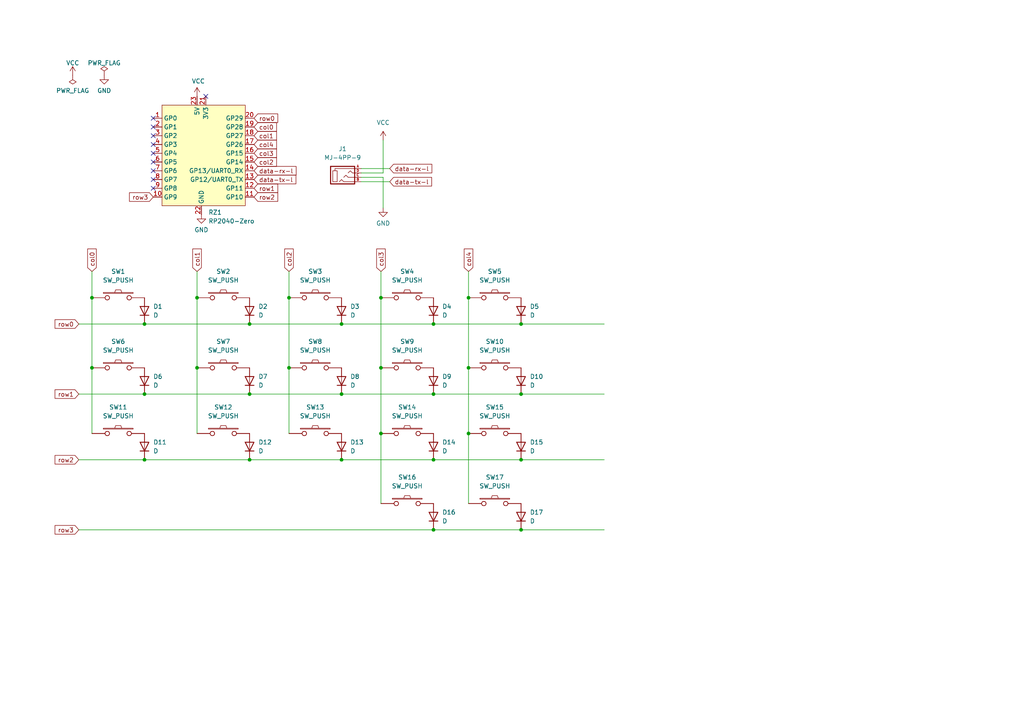
<source format=kicad_sch>
(kicad_sch (version 20211123) (generator eeschema)

  (uuid 9e3cb74a-2b1a-438b-a503-672d151ccdec)

  (paper "A4")

  (lib_symbols
    (symbol "Device:D" (pin_numbers hide) (pin_names (offset 1.016) hide) (in_bom yes) (on_board yes)
      (property "Reference" "D" (id 0) (at 0 2.54 0)
        (effects (font (size 1.27 1.27)))
      )
      (property "Value" "D" (id 1) (at 0 -2.54 0)
        (effects (font (size 1.27 1.27)))
      )
      (property "Footprint" "" (id 2) (at 0 0 0)
        (effects (font (size 1.27 1.27)) hide)
      )
      (property "Datasheet" "~" (id 3) (at 0 0 0)
        (effects (font (size 1.27 1.27)) hide)
      )
      (property "ki_keywords" "diode" (id 4) (at 0 0 0)
        (effects (font (size 1.27 1.27)) hide)
      )
      (property "ki_description" "Diode" (id 5) (at 0 0 0)
        (effects (font (size 1.27 1.27)) hide)
      )
      (property "ki_fp_filters" "TO-???* *_Diode_* *SingleDiode* D_*" (id 6) (at 0 0 0)
        (effects (font (size 1.27 1.27)) hide)
      )
      (symbol "D_0_1"
        (polyline
          (pts
            (xy -1.27 1.27)
            (xy -1.27 -1.27)
          )
          (stroke (width 0.254) (type default) (color 0 0 0 0))
          (fill (type none))
        )
        (polyline
          (pts
            (xy 1.27 0)
            (xy -1.27 0)
          )
          (stroke (width 0) (type default) (color 0 0 0 0))
          (fill (type none))
        )
        (polyline
          (pts
            (xy 1.27 1.27)
            (xy 1.27 -1.27)
            (xy -1.27 0)
            (xy 1.27 1.27)
          )
          (stroke (width 0.254) (type default) (color 0 0 0 0))
          (fill (type none))
        )
      )
      (symbol "D_1_1"
        (pin passive line (at -3.81 0 0) (length 2.54)
          (name "K" (effects (font (size 1.27 1.27))))
          (number "1" (effects (font (size 1.27 1.27))))
        )
        (pin passive line (at 3.81 0 180) (length 2.54)
          (name "A" (effects (font (size 1.27 1.27))))
          (number "2" (effects (font (size 1.27 1.27))))
        )
      )
    )
    (symbol "foostan_kbd:MJ-4PP-9" (pin_names (offset 1.016)) (in_bom yes) (on_board yes)
      (property "Reference" "J" (id 0) (at 0 3.81 0)
        (effects (font (size 1.27 1.27)))
      )
      (property "Value" "MJ-4PP-9" (id 1) (at 0 -3.81 0)
        (effects (font (size 1.27 1.27)))
      )
      (property "Footprint" "" (id 2) (at 6.985 4.445 0)
        (effects (font (size 1.27 1.27)) hide)
      )
      (property "Datasheet" "~" (id 3) (at 6.985 4.445 0)
        (effects (font (size 1.27 1.27)) hide)
      )
      (property "ki_keywords" "audio jack receptable stereo headphones TRRS connector" (id 4) (at 0 0 0)
        (effects (font (size 1.27 1.27)) hide)
      )
      (property "ki_description" "4-pin (audio) jack receptable (stereo + 4th pin/TRRS connector), compatible with PJ320A" (id 5) (at 0 0 0)
        (effects (font (size 1.27 1.27)) hide)
      )
      (symbol "MJ-4PP-9_0_1"
        (rectangle (start -1.905 -1.905) (end -3.175 1.27)
          (stroke (width 0) (type default) (color 0 0 0 0))
          (fill (type none))
        )
        (polyline
          (pts
            (xy -2.54 1.27)
            (xy -2.54 1.905)
            (xy 3.175 1.905)
          )
          (stroke (width 0) (type default) (color 0 0 0 0))
          (fill (type none))
        )
        (polyline
          (pts
            (xy -1.27 -1.905)
            (xy -0.635 -1.27)
            (xy 0 -1.905)
            (xy 3.175 -1.905)
          )
          (stroke (width 0) (type default) (color 0 0 0 0))
          (fill (type none))
        )
        (polyline
          (pts
            (xy 0 -0.635)
            (xy 0.635 0)
            (xy 1.27 -0.635)
            (xy 3.175 -0.635)
          )
          (stroke (width 0) (type default) (color 0 0 0 0))
          (fill (type none))
        )
        (polyline
          (pts
            (xy 1.27 0.635)
            (xy 1.905 1.27)
            (xy 2.54 0.635)
            (xy 3.175 0.635)
          )
          (stroke (width 0) (type default) (color 0 0 0 0))
          (fill (type none))
        )
        (rectangle (start 3.175 2.54) (end -3.81 -2.54)
          (stroke (width 0.3048) (type default) (color 0 0 0 0))
          (fill (type none))
        )
      )
      (symbol "MJ-4PP-9_1_1"
        (pin input line (at 5.08 1.905 180) (length 2.0066)
          (name "~" (effects (font (size 0.508 0.508))))
          (number "A" (effects (font (size 0.7112 0.7112))))
        )
        (pin input line (at 5.08 -1.905 180) (length 2.0066)
          (name "~" (effects (font (size 0.508 0.508))))
          (number "B" (effects (font (size 0.7112 0.7112))))
        )
        (pin input line (at 5.08 -0.635 180) (length 2.0066)
          (name "~" (effects (font (size 0.508 0.508))))
          (number "C" (effects (font (size 0.7112 0.7112))))
        )
        (pin input line (at 5.08 0.635 180) (length 2.0066)
          (name "~" (effects (font (size 0.508 0.508))))
          (number "D" (effects (font (size 0.7112 0.7112))))
        )
      )
    )
    (symbol "foostan_kbd:SW_PUSH" (pin_numbers hide) (pin_names (offset 1.016) hide) (in_bom yes) (on_board yes)
      (property "Reference" "SW" (id 0) (at 3.81 2.794 0)
        (effects (font (size 1.27 1.27)))
      )
      (property "Value" "SW_PUSH" (id 1) (at 0 -2.032 0)
        (effects (font (size 1.27 1.27)))
      )
      (property "Footprint" "" (id 2) (at 0 0 0)
        (effects (font (size 1.27 1.27)))
      )
      (property "Datasheet" "" (id 3) (at 0 0 0)
        (effects (font (size 1.27 1.27)))
      )
      (symbol "SW_PUSH_0_1"
        (rectangle (start -4.318 1.27) (end 4.318 1.524)
          (stroke (width 0) (type default) (color 0 0 0 0))
          (fill (type none))
        )
        (polyline
          (pts
            (xy -1.016 1.524)
            (xy -0.762 2.286)
            (xy 0.762 2.286)
            (xy 1.016 1.524)
          )
          (stroke (width 0) (type default) (color 0 0 0 0))
          (fill (type none))
        )
        (pin passive inverted (at -7.62 0 0) (length 5.08)
          (name "1" (effects (font (size 1.27 1.27))))
          (number "1" (effects (font (size 1.27 1.27))))
        )
        (pin passive inverted (at 7.62 0 180) (length 5.08)
          (name "2" (effects (font (size 1.27 1.27))))
          (number "2" (effects (font (size 1.27 1.27))))
        )
      )
    )
    (symbol "power:GND" (power) (pin_names (offset 0)) (in_bom yes) (on_board yes)
      (property "Reference" "#PWR" (id 0) (at 0 -6.35 0)
        (effects (font (size 1.27 1.27)) hide)
      )
      (property "Value" "GND" (id 1) (at 0 -3.81 0)
        (effects (font (size 1.27 1.27)))
      )
      (property "Footprint" "" (id 2) (at 0 0 0)
        (effects (font (size 1.27 1.27)) hide)
      )
      (property "Datasheet" "" (id 3) (at 0 0 0)
        (effects (font (size 1.27 1.27)) hide)
      )
      (property "ki_keywords" "global power" (id 4) (at 0 0 0)
        (effects (font (size 1.27 1.27)) hide)
      )
      (property "ki_description" "Power symbol creates a global label with name \"GND\" , ground" (id 5) (at 0 0 0)
        (effects (font (size 1.27 1.27)) hide)
      )
      (symbol "GND_0_1"
        (polyline
          (pts
            (xy 0 0)
            (xy 0 -1.27)
            (xy 1.27 -1.27)
            (xy 0 -2.54)
            (xy -1.27 -1.27)
            (xy 0 -1.27)
          )
          (stroke (width 0) (type default) (color 0 0 0 0))
          (fill (type none))
        )
      )
      (symbol "GND_1_1"
        (pin power_in line (at 0 0 270) (length 0) hide
          (name "GND" (effects (font (size 1.27 1.27))))
          (number "1" (effects (font (size 1.27 1.27))))
        )
      )
    )
    (symbol "power:PWR_FLAG" (power) (pin_numbers hide) (pin_names (offset 0) hide) (in_bom yes) (on_board yes)
      (property "Reference" "#FLG" (id 0) (at 0 1.905 0)
        (effects (font (size 1.27 1.27)) hide)
      )
      (property "Value" "PWR_FLAG" (id 1) (at 0 3.81 0)
        (effects (font (size 1.27 1.27)))
      )
      (property "Footprint" "" (id 2) (at 0 0 0)
        (effects (font (size 1.27 1.27)) hide)
      )
      (property "Datasheet" "~" (id 3) (at 0 0 0)
        (effects (font (size 1.27 1.27)) hide)
      )
      (property "ki_keywords" "flag power" (id 4) (at 0 0 0)
        (effects (font (size 1.27 1.27)) hide)
      )
      (property "ki_description" "Special symbol for telling ERC where power comes from" (id 5) (at 0 0 0)
        (effects (font (size 1.27 1.27)) hide)
      )
      (symbol "PWR_FLAG_0_0"
        (pin power_out line (at 0 0 90) (length 0)
          (name "pwr" (effects (font (size 1.27 1.27))))
          (number "1" (effects (font (size 1.27 1.27))))
        )
      )
      (symbol "PWR_FLAG_0_1"
        (polyline
          (pts
            (xy 0 0)
            (xy 0 1.27)
            (xy -1.016 1.905)
            (xy 0 2.54)
            (xy 1.016 1.905)
            (xy 0 1.27)
          )
          (stroke (width 0) (type default) (color 0 0 0 0))
          (fill (type none))
        )
      )
    )
    (symbol "power:VCC" (power) (pin_names (offset 0)) (in_bom yes) (on_board yes)
      (property "Reference" "#PWR" (id 0) (at 0 -3.81 0)
        (effects (font (size 1.27 1.27)) hide)
      )
      (property "Value" "VCC" (id 1) (at 0 3.81 0)
        (effects (font (size 1.27 1.27)))
      )
      (property "Footprint" "" (id 2) (at 0 0 0)
        (effects (font (size 1.27 1.27)) hide)
      )
      (property "Datasheet" "" (id 3) (at 0 0 0)
        (effects (font (size 1.27 1.27)) hide)
      )
      (property "ki_keywords" "global power" (id 4) (at 0 0 0)
        (effects (font (size 1.27 1.27)) hide)
      )
      (property "ki_description" "Power symbol creates a global label with name \"VCC\"" (id 5) (at 0 0 0)
        (effects (font (size 1.27 1.27)) hide)
      )
      (symbol "VCC_0_1"
        (polyline
          (pts
            (xy -0.762 1.27)
            (xy 0 2.54)
          )
          (stroke (width 0) (type default) (color 0 0 0 0))
          (fill (type none))
        )
        (polyline
          (pts
            (xy 0 0)
            (xy 0 2.54)
          )
          (stroke (width 0) (type default) (color 0 0 0 0))
          (fill (type none))
        )
        (polyline
          (pts
            (xy 0 2.54)
            (xy 0.762 1.27)
          )
          (stroke (width 0) (type default) (color 0 0 0 0))
          (fill (type none))
        )
      )
      (symbol "VCC_1_1"
        (pin power_in line (at 0 0 90) (length 0) hide
          (name "VCC" (effects (font (size 1.27 1.27))))
          (number "1" (effects (font (size 1.27 1.27))))
        )
      )
    )
    (symbol "rp2040zero:RP2040-Zero" (in_bom yes) (on_board yes)
      (property "Reference" "RZ" (id 0) (at 0 0 0)
        (effects (font (size 1.27 1.27)))
      )
      (property "Value" "RP2040-Zero" (id 1) (at 0 -2.54 0)
        (effects (font (size 1.27 1.27)))
      )
      (property "Footprint" "RP2040-Zero:RP2040-Zero" (id 2) (at 0 0 0)
        (effects (font (size 1.27 1.27)))
      )
      (property "Datasheet" "" (id 3) (at 0 0 0)
        (effects (font (size 1.27 1.27)) hide)
      )
      (symbol "RP2040-Zero_0_1"
        (rectangle (start -11.43 -15.24) (end 12.7 13.97)
          (stroke (width 0) (type default) (color 0 0 0 0))
          (fill (type background))
        )
      )
      (symbol "RP2040-Zero_1_1"
        (pin bidirectional line (at -13.97 10.16 0) (length 2.54)
          (name "GP0" (effects (font (size 1.27 1.27))))
          (number "1" (effects (font (size 1.27 1.27))))
        )
        (pin bidirectional line (at -13.97 -12.7 0) (length 2.54)
          (name "GP9" (effects (font (size 1.27 1.27))))
          (number "10" (effects (font (size 1.27 1.27))))
        )
        (pin bidirectional line (at 15.24 -12.7 180) (length 2.54)
          (name "GP10" (effects (font (size 1.27 1.27))))
          (number "11" (effects (font (size 1.27 1.27))))
        )
        (pin bidirectional line (at 15.24 -10.16 180) (length 2.54)
          (name "GP11" (effects (font (size 1.27 1.27))))
          (number "12" (effects (font (size 1.27 1.27))))
        )
        (pin bidirectional line (at 15.24 -7.62 180) (length 2.54)
          (name "GP12/UART0_TX" (effects (font (size 1.27 1.27))))
          (number "13" (effects (font (size 1.27 1.27))))
        )
        (pin bidirectional line (at 15.24 -5.08 180) (length 2.54)
          (name "GP13/UART0_RX" (effects (font (size 1.27 1.27))))
          (number "14" (effects (font (size 1.27 1.27))))
        )
        (pin bidirectional line (at 15.24 -2.54 180) (length 2.54)
          (name "GP14" (effects (font (size 1.27 1.27))))
          (number "15" (effects (font (size 1.27 1.27))))
        )
        (pin bidirectional line (at 15.24 0 180) (length 2.54)
          (name "GP15" (effects (font (size 1.27 1.27))))
          (number "16" (effects (font (size 1.27 1.27))))
        )
        (pin bidirectional line (at 15.24 2.54 180) (length 2.54)
          (name "GP26" (effects (font (size 1.27 1.27))))
          (number "17" (effects (font (size 1.27 1.27))))
        )
        (pin bidirectional line (at 15.24 5.08 180) (length 2.54)
          (name "GP27" (effects (font (size 1.27 1.27))))
          (number "18" (effects (font (size 1.27 1.27))))
        )
        (pin bidirectional line (at 15.24 7.62 180) (length 2.54)
          (name "GP28" (effects (font (size 1.27 1.27))))
          (number "19" (effects (font (size 1.27 1.27))))
        )
        (pin bidirectional line (at -13.97 7.62 0) (length 2.54)
          (name "GP1" (effects (font (size 1.27 1.27))))
          (number "2" (effects (font (size 1.27 1.27))))
        )
        (pin bidirectional line (at 15.24 10.16 180) (length 2.54)
          (name "GP29" (effects (font (size 1.27 1.27))))
          (number "20" (effects (font (size 1.27 1.27))))
        )
        (pin power_in line (at 1.27 16.51 270) (length 2.54)
          (name "3V3" (effects (font (size 1.27 1.27))))
          (number "21" (effects (font (size 1.27 1.27))))
        )
        (pin power_in line (at 0 -17.78 90) (length 2.54)
          (name "GND" (effects (font (size 1.27 1.27))))
          (number "22" (effects (font (size 1.27 1.27))))
        )
        (pin power_in line (at -1.27 16.51 270) (length 2.54)
          (name "5V" (effects (font (size 1.27 1.27))))
          (number "23" (effects (font (size 1.27 1.27))))
        )
        (pin bidirectional line (at -13.97 5.08 0) (length 2.54)
          (name "GP2" (effects (font (size 1.27 1.27))))
          (number "3" (effects (font (size 1.27 1.27))))
        )
        (pin bidirectional line (at -13.97 2.54 0) (length 2.54)
          (name "GP3" (effects (font (size 1.27 1.27))))
          (number "4" (effects (font (size 1.27 1.27))))
        )
        (pin bidirectional line (at -13.97 0 0) (length 2.54)
          (name "GP4" (effects (font (size 1.27 1.27))))
          (number "5" (effects (font (size 1.27 1.27))))
        )
        (pin bidirectional line (at -13.97 -2.54 0) (length 2.54)
          (name "GP5" (effects (font (size 1.27 1.27))))
          (number "6" (effects (font (size 1.27 1.27))))
        )
        (pin bidirectional line (at -13.97 -5.08 0) (length 2.54)
          (name "GP6" (effects (font (size 1.27 1.27))))
          (number "7" (effects (font (size 1.27 1.27))))
        )
        (pin bidirectional line (at -13.97 -7.62 0) (length 2.54)
          (name "GP7" (effects (font (size 1.27 1.27))))
          (number "8" (effects (font (size 1.27 1.27))))
        )
        (pin bidirectional line (at -13.97 -10.16 0) (length 2.54)
          (name "GP8" (effects (font (size 1.27 1.27))))
          (number "9" (effects (font (size 1.27 1.27))))
        )
      )
    )
  )

  (junction (at 99.06 133.35) (diameter 0) (color 0 0 0 0)
    (uuid 0d96b2be-6e91-44d0-adc4-bba1685ad935)
  )
  (junction (at 41.91 133.35) (diameter 0) (color 0 0 0 0)
    (uuid 0fd615be-7f15-4c2f-8317-a9131c4262be)
  )
  (junction (at 72.39 133.35) (diameter 0) (color 0 0 0 0)
    (uuid 27a45d27-7b64-4fa7-8a6a-2129f58ed550)
  )
  (junction (at 135.89 86.36) (diameter 0) (color 0 0 0 0)
    (uuid 2ad148a9-682c-4591-bf46-afd1b22a8325)
  )
  (junction (at 99.06 93.98) (diameter 0) (color 0 0 0 0)
    (uuid 35b8c62e-eb8e-41b0-b2b0-51fee8df0c9b)
  )
  (junction (at 26.67 86.36) (diameter 0) (color 0 0 0 0)
    (uuid 4a8ae731-f107-4618-9404-66e688e89028)
  )
  (junction (at 151.13 153.67) (diameter 0) (color 0 0 0 0)
    (uuid 5a8a1a05-9ea1-4feb-9dfb-8b222b484619)
  )
  (junction (at 41.91 114.3) (diameter 0) (color 0 0 0 0)
    (uuid 75ebd696-03d0-4b1f-a38d-4d4f8190dfd5)
  )
  (junction (at 72.39 114.3) (diameter 0) (color 0 0 0 0)
    (uuid 7796a129-e3f9-4d91-9f58-de51f2146396)
  )
  (junction (at 57.15 86.36) (diameter 0) (color 0 0 0 0)
    (uuid 7b62eba7-2997-4793-9cff-635e1dfbb00c)
  )
  (junction (at 83.82 106.68) (diameter 0) (color 0 0 0 0)
    (uuid 87085a80-34ed-4664-b326-0816b2daef3f)
  )
  (junction (at 151.13 93.98) (diameter 0) (color 0 0 0 0)
    (uuid 903bf347-ca27-428a-858e-62c81bc42a36)
  )
  (junction (at 125.73 114.3) (diameter 0) (color 0 0 0 0)
    (uuid 90df75ef-c6d4-48ea-8aa7-3ec71fa33e76)
  )
  (junction (at 99.06 114.3) (diameter 0) (color 0 0 0 0)
    (uuid 9169faa2-a112-41d3-91fe-f887cce6ae31)
  )
  (junction (at 41.91 93.98) (diameter 0) (color 0 0 0 0)
    (uuid 97c26472-c103-412d-85a3-e8fe6e702745)
  )
  (junction (at 57.15 106.68) (diameter 0) (color 0 0 0 0)
    (uuid ad63c59c-0c55-4ff8-bc79-1c5be9c1a43a)
  )
  (junction (at 125.73 133.35) (diameter 0) (color 0 0 0 0)
    (uuid b03f2dc4-c850-42d6-8167-c8377c31b890)
  )
  (junction (at 83.82 86.36) (diameter 0) (color 0 0 0 0)
    (uuid bd846f0b-0b75-42cf-8d9f-30ea33d9f942)
  )
  (junction (at 151.13 133.35) (diameter 0) (color 0 0 0 0)
    (uuid d00f68b5-9f22-4023-890c-4b95fc04a80b)
  )
  (junction (at 151.13 114.3) (diameter 0) (color 0 0 0 0)
    (uuid d03cf9c9-f32b-4a86-9dc9-7744391fdfc6)
  )
  (junction (at 125.73 153.67) (diameter 0) (color 0 0 0 0)
    (uuid d9952257-ff11-4f2a-81d4-b881790ff185)
  )
  (junction (at 110.49 86.36) (diameter 0) (color 0 0 0 0)
    (uuid dd18386b-c4a0-4dff-96cd-bc7740e22dab)
  )
  (junction (at 72.39 93.98) (diameter 0) (color 0 0 0 0)
    (uuid e0290ce6-382c-4035-9747-f1b7ddc4df42)
  )
  (junction (at 125.73 93.98) (diameter 0) (color 0 0 0 0)
    (uuid e64bb458-93c9-4a31-8791-c77edafdc1f1)
  )
  (junction (at 135.89 125.73) (diameter 0) (color 0 0 0 0)
    (uuid e8a26448-8ecf-4c55-ae42-f7b0ea28a869)
  )
  (junction (at 26.67 106.68) (diameter 0) (color 0 0 0 0)
    (uuid eaa13404-1b26-4274-b0b5-9dba2493cf9f)
  )
  (junction (at 135.89 106.68) (diameter 0) (color 0 0 0 0)
    (uuid f70b1bdb-7745-4ffa-ba97-954daf4b8ae7)
  )
  (junction (at 110.49 125.73) (diameter 0) (color 0 0 0 0)
    (uuid fdb79e82-7653-4aa2-a75d-b1ac7bf3205a)
  )
  (junction (at 110.49 106.68) (diameter 0) (color 0 0 0 0)
    (uuid ffae8696-80fd-44e2-83a6-969d654b1955)
  )

  (no_connect (at 44.45 39.37) (uuid 1608a2ec-529a-4ba3-a72f-026f9ea9b175))
  (no_connect (at 44.45 36.83) (uuid 1a40d3f8-a068-47bf-83f8-071f4fc5a24f))
  (no_connect (at 44.45 49.53) (uuid 1adbf599-81db-4d80-93e3-5a651bd55c9d))
  (no_connect (at 44.45 34.29) (uuid 2b713e45-d72d-4e71-9615-b301b943b215))
  (no_connect (at 44.45 54.61) (uuid 56fcf4bc-14fc-4d64-902d-f7f04a934fac))
  (no_connect (at 59.69 27.94) (uuid 667cfd3c-fc26-4023-826b-4f403be07048))
  (no_connect (at 44.45 46.99) (uuid 87816cfa-7c1b-4186-a2a0-033cd465aac9))
  (no_connect (at 44.45 52.07) (uuid 9aec23c5-01cb-42ee-b216-69f140dbdced))
  (no_connect (at 44.45 44.45) (uuid 9bc096aa-ce4c-4f79-a478-7e22997a9cec))
  (no_connect (at 44.45 41.91) (uuid dbc1ae5f-b374-4b88-aba6-c1825a78743d))

  (wire (pts (xy 57.15 106.68) (xy 57.15 125.73))
    (stroke (width 0) (type default) (color 0 0 0 0))
    (uuid 168b9585-1b90-488e-afd7-bbd4b6fa80e3)
  )
  (wire (pts (xy 72.39 114.3) (xy 99.06 114.3))
    (stroke (width 0) (type default) (color 0 0 0 0))
    (uuid 17212bd7-e78d-4d71-8c31-10ad2d09eada)
  )
  (wire (pts (xy 125.73 133.35) (xy 151.13 133.35))
    (stroke (width 0) (type default) (color 0 0 0 0))
    (uuid 2841c080-97f0-442d-850e-be8e27c251a4)
  )
  (wire (pts (xy 22.86 133.35) (xy 41.91 133.35))
    (stroke (width 0) (type default) (color 0 0 0 0))
    (uuid 2fb3a46c-9de2-401d-826c-20176344f524)
  )
  (wire (pts (xy 26.67 86.36) (xy 26.67 106.68))
    (stroke (width 0) (type default) (color 0 0 0 0))
    (uuid 3199f9f1-afdf-4677-8935-2130ae41f6a5)
  )
  (wire (pts (xy 125.73 153.67) (xy 151.13 153.67))
    (stroke (width 0) (type default) (color 0 0 0 0))
    (uuid 34892f7c-2f41-47a6-a98a-3796eecd8e96)
  )
  (wire (pts (xy 22.86 93.98) (xy 41.91 93.98))
    (stroke (width 0) (type default) (color 0 0 0 0))
    (uuid 3b410e59-7669-48b4-9f05-6afa63a8b77d)
  )
  (wire (pts (xy 99.06 114.3) (xy 125.73 114.3))
    (stroke (width 0) (type default) (color 0 0 0 0))
    (uuid 51dcc2eb-a572-46c0-8e2c-f1b87ad0e4e5)
  )
  (wire (pts (xy 26.67 78.74) (xy 26.67 86.36))
    (stroke (width 0) (type default) (color 0 0 0 0))
    (uuid 564189f7-3396-4ca9-aa7b-e8e37826dd15)
  )
  (wire (pts (xy 72.39 133.35) (xy 99.06 133.35))
    (stroke (width 0) (type default) (color 0 0 0 0))
    (uuid 581ae006-79c5-4504-81e6-aa629513d2f7)
  )
  (wire (pts (xy 111.125 40.64) (xy 111.125 50.165))
    (stroke (width 0) (type default) (color 0 0 0 0))
    (uuid 5c9296ff-9cec-4749-b9bf-502d975e47c7)
  )
  (wire (pts (xy 22.86 114.3) (xy 41.91 114.3))
    (stroke (width 0) (type default) (color 0 0 0 0))
    (uuid 5d5eef8a-14e0-44bd-8dc6-81d74980d01e)
  )
  (wire (pts (xy 151.13 114.3) (xy 175.26 114.3))
    (stroke (width 0) (type default) (color 0 0 0 0))
    (uuid 64bc92f4-8cd4-427b-9ed1-badf9ec88bf7)
  )
  (wire (pts (xy 22.86 153.67) (xy 125.73 153.67))
    (stroke (width 0) (type default) (color 0 0 0 0))
    (uuid 683d9ae0-4a0a-4a65-ac3e-7609006493f0)
  )
  (wire (pts (xy 110.49 86.36) (xy 110.49 106.68))
    (stroke (width 0) (type default) (color 0 0 0 0))
    (uuid 6fbe11ae-2fce-4830-8961-752ca818f3d0)
  )
  (wire (pts (xy 151.13 153.67) (xy 175.26 153.67))
    (stroke (width 0) (type default) (color 0 0 0 0))
    (uuid 76235ff9-c5f0-4916-92ff-78869c6120f6)
  )
  (wire (pts (xy 72.39 93.98) (xy 99.06 93.98))
    (stroke (width 0) (type default) (color 0 0 0 0))
    (uuid 7a7b1bf8-ca2b-433c-9b55-51f2ec6109dd)
  )
  (wire (pts (xy 135.89 125.73) (xy 135.89 146.05))
    (stroke (width 0) (type default) (color 0 0 0 0))
    (uuid 82408744-3b59-4fbb-a555-7c3f0fcd9562)
  )
  (wire (pts (xy 135.89 86.36) (xy 135.89 106.68))
    (stroke (width 0) (type default) (color 0 0 0 0))
    (uuid 838b808e-adea-4aa5-803c-47a9696778b6)
  )
  (wire (pts (xy 104.775 52.705) (xy 113.03 52.705))
    (stroke (width 0) (type default) (color 0 0 0 0))
    (uuid 8449e15d-8342-4870-80d9-0555e729a943)
  )
  (wire (pts (xy 151.13 93.98) (xy 175.26 93.98))
    (stroke (width 0) (type default) (color 0 0 0 0))
    (uuid 89271ac9-d174-4c26-aeb9-1b938cbdb5d2)
  )
  (wire (pts (xy 57.15 86.36) (xy 57.15 106.68))
    (stroke (width 0) (type default) (color 0 0 0 0))
    (uuid 8942593f-fbed-4a00-a4c0-a03544be3bb5)
  )
  (wire (pts (xy 110.49 78.74) (xy 110.49 86.36))
    (stroke (width 0) (type default) (color 0 0 0 0))
    (uuid 8d95a395-5140-42f2-b0cc-b522c79745b1)
  )
  (wire (pts (xy 110.49 106.68) (xy 110.49 125.73))
    (stroke (width 0) (type default) (color 0 0 0 0))
    (uuid 94cee55e-aaf9-4200-be77-f127d47a8aeb)
  )
  (wire (pts (xy 99.06 93.98) (xy 125.73 93.98))
    (stroke (width 0) (type default) (color 0 0 0 0))
    (uuid a6a09ba6-a0ce-430d-b99e-ba84480d5d75)
  )
  (wire (pts (xy 41.91 133.35) (xy 72.39 133.35))
    (stroke (width 0) (type default) (color 0 0 0 0))
    (uuid a8295a64-3a75-4463-a56a-83d716316bb4)
  )
  (wire (pts (xy 104.775 51.435) (xy 111.125 51.435))
    (stroke (width 0) (type default) (color 0 0 0 0))
    (uuid ace5c7aa-cbb8-45b4-8ca7-6b0a7acf95f4)
  )
  (wire (pts (xy 125.73 114.3) (xy 151.13 114.3))
    (stroke (width 0) (type default) (color 0 0 0 0))
    (uuid af822e2b-051e-4cc0-96b4-67d5a69fb104)
  )
  (wire (pts (xy 83.82 106.68) (xy 83.82 125.73))
    (stroke (width 0) (type default) (color 0 0 0 0))
    (uuid b903500f-0668-47ee-96c2-f924ffa2472a)
  )
  (wire (pts (xy 41.91 93.98) (xy 72.39 93.98))
    (stroke (width 0) (type default) (color 0 0 0 0))
    (uuid c1af8060-4ccb-4630-b428-612526618b2e)
  )
  (wire (pts (xy 104.775 50.165) (xy 111.125 50.165))
    (stroke (width 0) (type default) (color 0 0 0 0))
    (uuid ca0dd0ae-f642-4a7e-b94f-c4311257a1b1)
  )
  (wire (pts (xy 41.91 114.3) (xy 72.39 114.3))
    (stroke (width 0) (type default) (color 0 0 0 0))
    (uuid d4b0512b-3e6e-4185-8ad1-57e90db8768c)
  )
  (wire (pts (xy 83.82 86.36) (xy 83.82 106.68))
    (stroke (width 0) (type default) (color 0 0 0 0))
    (uuid de0bbcca-d26e-4600-8072-a4ff0a83675b)
  )
  (wire (pts (xy 99.06 133.35) (xy 125.73 133.35))
    (stroke (width 0) (type default) (color 0 0 0 0))
    (uuid df0413f7-cb3a-40bc-8cfb-8b6fb2f9a552)
  )
  (wire (pts (xy 135.89 78.74) (xy 135.89 86.36))
    (stroke (width 0) (type default) (color 0 0 0 0))
    (uuid e0abcac2-9483-4828-8017-6dd5c0760b1c)
  )
  (wire (pts (xy 110.49 125.73) (xy 110.49 146.05))
    (stroke (width 0) (type default) (color 0 0 0 0))
    (uuid e8e90b69-2448-47d5-b06b-3f8884756c38)
  )
  (wire (pts (xy 83.82 78.74) (xy 83.82 86.36))
    (stroke (width 0) (type default) (color 0 0 0 0))
    (uuid ecd8f970-d6c9-4a48-8ff9-4aaaa61ae6ab)
  )
  (wire (pts (xy 104.775 48.895) (xy 113.03 48.895))
    (stroke (width 0) (type default) (color 0 0 0 0))
    (uuid eee47500-27d8-4b60-95f7-96897ed473b0)
  )
  (wire (pts (xy 151.13 133.35) (xy 175.26 133.35))
    (stroke (width 0) (type default) (color 0 0 0 0))
    (uuid eee52583-451b-4afd-884e-ac47503cd96f)
  )
  (wire (pts (xy 57.15 78.74) (xy 57.15 86.36))
    (stroke (width 0) (type default) (color 0 0 0 0))
    (uuid f1e93299-210f-475e-9ff0-92fe4c9e69f1)
  )
  (wire (pts (xy 135.89 106.68) (xy 135.89 125.73))
    (stroke (width 0) (type default) (color 0 0 0 0))
    (uuid f31fb7fc-716b-4eac-a966-fabe17a9f589)
  )
  (wire (pts (xy 26.67 106.68) (xy 26.67 125.73))
    (stroke (width 0) (type default) (color 0 0 0 0))
    (uuid f364b0de-88a7-4fd0-b81d-645d85024d9e)
  )
  (wire (pts (xy 111.125 51.435) (xy 111.125 60.325))
    (stroke (width 0) (type default) (color 0 0 0 0))
    (uuid fd89ab89-3488-4992-9204-b1ebdca31366)
  )
  (wire (pts (xy 125.73 93.98) (xy 151.13 93.98))
    (stroke (width 0) (type default) (color 0 0 0 0))
    (uuid ff73598a-d54e-45a6-a912-9107adb94b93)
  )

  (global_label "col1" (shape input) (at 57.15 78.74 90) (fields_autoplaced)
    (effects (font (size 1.27 1.27)) (justify left))
    (uuid 04043e4f-641e-434b-a1b0-4111aa813939)
    (property "シート間のリファレンス" "${INTERSHEET_REFS}" (id 0) (at 57.0706 72.2145 90)
      (effects (font (size 1.27 1.27)) (justify left) hide)
    )
  )
  (global_label "data-tx-l" (shape input) (at 73.66 52.07 0) (fields_autoplaced)
    (effects (font (size 1.27 1.27)) (justify left))
    (uuid 1b1be632-1870-4bfc-bae0-6c4760b9fd19)
    (property "Intersheet References" "${INTERSHEET_REFS}" (id 0) (at 85.8098 51.9906 0)
      (effects (font (size 1.27 1.27)) (justify left) hide)
    )
  )
  (global_label "row2" (shape input) (at 73.66 57.15 0) (fields_autoplaced)
    (effects (font (size 1.27 1.27)) (justify left))
    (uuid 2121e0de-8a4a-43f6-b552-3740be6b6b5d)
    (property "シート間のリファレンス" "${INTERSHEET_REFS}" (id 0) (at 116.84 115.57 0)
      (effects (font (size 1.27 1.27)) hide)
    )
  )
  (global_label "col3" (shape input) (at 73.66 44.45 0) (fields_autoplaced)
    (effects (font (size 1.27 1.27)) (justify left))
    (uuid 2a59adc1-47d2-4e11-8ede-1b49b9485b23)
    (property "シート間のリファレンス" "${INTERSHEET_REFS}" (id 0) (at -5.08 -11.43 0)
      (effects (font (size 1.27 1.27)) hide)
    )
  )
  (global_label "row3" (shape input) (at 22.86 153.67 180) (fields_autoplaced)
    (effects (font (size 1.27 1.27)) (justify right))
    (uuid 4647ed8b-fd83-4b93-8d9d-53af6013e8f4)
    (property "シート間のリファレンス" "${INTERSHEET_REFS}" (id 0) (at 15.9717 153.5906 0)
      (effects (font (size 1.27 1.27)) (justify right) hide)
    )
  )
  (global_label "col2" (shape input) (at 83.82 78.74 90) (fields_autoplaced)
    (effects (font (size 1.27 1.27)) (justify left))
    (uuid 518d57c3-b0b2-4e7b-8094-d8e7d7cb7630)
    (property "シート間のリファレンス" "${INTERSHEET_REFS}" (id 0) (at 83.7406 72.2145 90)
      (effects (font (size 1.27 1.27)) (justify left) hide)
    )
  )
  (global_label "col0" (shape input) (at 26.67 78.74 90) (fields_autoplaced)
    (effects (font (size 1.27 1.27)) (justify left))
    (uuid 567ca49c-d048-4818-8951-3efada041f13)
    (property "シート間のリファレンス" "${INTERSHEET_REFS}" (id 0) (at 26.5906 72.2145 90)
      (effects (font (size 1.27 1.27)) (justify left) hide)
    )
  )
  (global_label "row1" (shape input) (at 73.66 54.61 0) (fields_autoplaced)
    (effects (font (size 1.27 1.27)) (justify left))
    (uuid 6ca34bf0-f298-4fb8-a787-1165b7614d4e)
    (property "シート間のリファレンス" "${INTERSHEET_REFS}" (id 0) (at 116.84 110.49 0)
      (effects (font (size 1.27 1.27)) hide)
    )
  )
  (global_label "data-tx-l" (shape input) (at 113.03 52.705 0) (fields_autoplaced)
    (effects (font (size 1.27 1.27)) (justify left))
    (uuid 77d440b8-31f8-4e46-9dc3-82d6364a1302)
    (property "Intersheet References" "${INTERSHEET_REFS}" (id 0) (at 125.1798 52.6256 0)
      (effects (font (size 1.27 1.27)) (justify left) hide)
    )
  )
  (global_label "col2" (shape input) (at 73.66 46.99 0) (fields_autoplaced)
    (effects (font (size 1.27 1.27)) (justify left))
    (uuid 858fe703-18ff-4484-a986-3ff197d373fe)
    (property "シート間のリファレンス" "${INTERSHEET_REFS}" (id 0) (at -5.08 -6.35 0)
      (effects (font (size 1.27 1.27)) hide)
    )
  )
  (global_label "row0" (shape input) (at 73.66 34.29 0) (fields_autoplaced)
    (effects (font (size 1.27 1.27)) (justify left))
    (uuid 8bcb71f6-6ad5-4206-aaad-fc5a1b7734ff)
    (property "シート間のリファレンス" "${INTERSHEET_REFS}" (id 0) (at 116.84 87.63 0)
      (effects (font (size 1.27 1.27)) hide)
    )
  )
  (global_label "data-rx-l" (shape input) (at 113.03 48.895 0) (fields_autoplaced)
    (effects (font (size 1.27 1.27)) (justify left))
    (uuid 8d6b573d-9f6c-4365-8835-945c699da7a5)
    (property "Intersheet References" "${INTERSHEET_REFS}" (id 0) (at -15.875 9.525 0)
      (effects (font (size 1.27 1.27)) hide)
    )
  )
  (global_label "col3" (shape input) (at 110.49 78.74 90) (fields_autoplaced)
    (effects (font (size 1.27 1.27)) (justify left))
    (uuid 9405e1b1-8696-4c9b-a6d0-b87ee1f1b4fe)
    (property "シート間のリファレンス" "${INTERSHEET_REFS}" (id 0) (at 110.4106 72.2145 90)
      (effects (font (size 1.27 1.27)) (justify left) hide)
    )
  )
  (global_label "col4" (shape input) (at 73.66 41.91 0) (fields_autoplaced)
    (effects (font (size 1.27 1.27)) (justify left))
    (uuid 964bba05-3280-4b4d-9e43-c2d9e8ac3eae)
    (property "シート間のリファレンス" "${INTERSHEET_REFS}" (id 0) (at -5.08 -16.51 0)
      (effects (font (size 1.27 1.27)) hide)
    )
  )
  (global_label "row2" (shape input) (at 22.86 133.35 180) (fields_autoplaced)
    (effects (font (size 1.27 1.27)) (justify right))
    (uuid b3fdb260-3ea0-474d-9d53-b77887f84e71)
    (property "シート間のリファレンス" "${INTERSHEET_REFS}" (id 0) (at 15.9717 133.2706 0)
      (effects (font (size 1.27 1.27)) (justify right) hide)
    )
  )
  (global_label "row3" (shape input) (at 44.45 57.15 180) (fields_autoplaced)
    (effects (font (size 1.27 1.27)) (justify right))
    (uuid bec79692-cf25-4130-bf68-5fe61875e2f1)
    (property "シート間のリファレンス" "${INTERSHEET_REFS}" (id 0) (at 1.27 -3.81 0)
      (effects (font (size 1.27 1.27)) hide)
    )
  )
  (global_label "col4" (shape input) (at 135.89 78.74 90) (fields_autoplaced)
    (effects (font (size 1.27 1.27)) (justify left))
    (uuid c22eb349-97f2-4002-83b7-229e7807c5d6)
    (property "シート間のリファレンス" "${INTERSHEET_REFS}" (id 0) (at 135.8106 72.2145 90)
      (effects (font (size 1.27 1.27)) (justify left) hide)
    )
  )
  (global_label "row0" (shape input) (at 22.86 93.98 180) (fields_autoplaced)
    (effects (font (size 1.27 1.27)) (justify right))
    (uuid d129ef29-e3bf-43cf-a1ef-fc12234065d1)
    (property "シート間のリファレンス" "${INTERSHEET_REFS}" (id 0) (at 15.9717 93.9006 0)
      (effects (font (size 1.27 1.27)) (justify right) hide)
    )
  )
  (global_label "col1" (shape input) (at 73.66 39.37 0) (fields_autoplaced)
    (effects (font (size 1.27 1.27)) (justify left))
    (uuid ddbb8244-f433-47ef-b0c4-2b8f15a0f111)
    (property "シート間のリファレンス" "${INTERSHEET_REFS}" (id 0) (at -5.08 -11.43 0)
      (effects (font (size 1.27 1.27)) hide)
    )
  )
  (global_label "row1" (shape input) (at 22.86 114.3 180) (fields_autoplaced)
    (effects (font (size 1.27 1.27)) (justify right))
    (uuid e6fa6b16-cdea-410a-a963-3ca5a8e57acb)
    (property "シート間のリファレンス" "${INTERSHEET_REFS}" (id 0) (at 15.9717 114.2206 0)
      (effects (font (size 1.27 1.27)) (justify right) hide)
    )
  )
  (global_label "data-rx-l" (shape input) (at 73.66 49.53 0) (fields_autoplaced)
    (effects (font (size 1.27 1.27)) (justify left))
    (uuid f2001b38-e586-4b6e-b065-402678763402)
    (property "Intersheet References" "${INTERSHEET_REFS}" (id 0) (at -55.245 10.16 0)
      (effects (font (size 1.27 1.27)) hide)
    )
  )
  (global_label "col0" (shape input) (at 73.66 36.83 0) (fields_autoplaced)
    (effects (font (size 1.27 1.27)) (justify left))
    (uuid fc95eb98-2621-4649-9ccd-e09815e63e57)
    (property "シート間のリファレンス" "${INTERSHEET_REFS}" (id 0) (at -5.08 -11.43 0)
      (effects (font (size 1.27 1.27)) hide)
    )
  )

  (symbol (lib_id "foostan_kbd:SW_PUSH") (at 34.29 125.73 0) (unit 1)
    (in_bom yes) (on_board yes) (fields_autoplaced)
    (uuid 05db9893-a19c-4146-b3bf-f0efc86433fa)
    (property "Reference" "SW11" (id 0) (at 34.29 118.11 0))
    (property "Value" "SW_PUSH" (id 1) (at 34.29 120.65 0))
    (property "Footprint" "haqua34:SW_Choc_V2" (id 2) (at 34.29 125.73 0)
      (effects (font (size 1.27 1.27)) hide)
    )
    (property "Datasheet" "" (id 3) (at 34.29 125.73 0))
    (pin "1" (uuid 33c7ea0b-7bec-400b-a6fc-a5b7bf357f71))
    (pin "2" (uuid c4b6fdf1-d353-4fe6-8be0-2d1d38b8aafc))
  )

  (symbol (lib_id "foostan_kbd:SW_PUSH") (at 64.77 86.36 0) (unit 1)
    (in_bom yes) (on_board yes) (fields_autoplaced)
    (uuid 0ee930de-ac13-4815-9629-e3486b8edcdc)
    (property "Reference" "SW2" (id 0) (at 64.77 78.74 0))
    (property "Value" "SW_PUSH" (id 1) (at 64.77 81.28 0))
    (property "Footprint" "haqua34:SW_Choc_V2" (id 2) (at 64.77 86.36 0)
      (effects (font (size 1.27 1.27)) hide)
    )
    (property "Datasheet" "" (id 3) (at 64.77 86.36 0))
    (pin "1" (uuid 90244de6-404c-4cea-82f0-54f8c7f2a91f))
    (pin "2" (uuid f882cb6a-81b7-44e0-bfdd-555cd73025f9))
  )

  (symbol (lib_id "foostan_kbd:SW_PUSH") (at 143.51 146.05 0) (unit 1)
    (in_bom yes) (on_board yes) (fields_autoplaced)
    (uuid 14dc5acc-0f70-4a39-9ba2-85fd4dd7b8fd)
    (property "Reference" "SW17" (id 0) (at 143.51 138.43 0))
    (property "Value" "SW_PUSH" (id 1) (at 143.51 140.97 0))
    (property "Footprint" "haqua34:SW_Choc_V2" (id 2) (at 143.51 146.05 0)
      (effects (font (size 1.27 1.27)) hide)
    )
    (property "Datasheet" "" (id 3) (at 143.51 146.05 0))
    (pin "1" (uuid e9ca342b-aa46-464d-9408-bfa90b176086))
    (pin "2" (uuid 0910a980-2b98-4082-975e-17c576bbcf66))
  )

  (symbol (lib_id "power:VCC") (at 21.082 21.844 0) (unit 1)
    (in_bom yes) (on_board yes) (fields_autoplaced)
    (uuid 1e1123e3-d0bd-4718-b18c-d212c56e574e)
    (property "Reference" "#PWR01" (id 0) (at 21.082 25.654 0)
      (effects (font (size 1.27 1.27)) hide)
    )
    (property "Value" "VCC" (id 1) (at 21.082 18.2682 0))
    (property "Footprint" "" (id 2) (at 21.082 21.844 0)
      (effects (font (size 1.27 1.27)) hide)
    )
    (property "Datasheet" "" (id 3) (at 21.082 21.844 0)
      (effects (font (size 1.27 1.27)) hide)
    )
    (pin "1" (uuid 9f4d8b14-d604-42c3-a4f9-5c82f51f7b12))
  )

  (symbol (lib_id "Device:D") (at 125.73 149.86 90) (unit 1)
    (in_bom yes) (on_board yes) (fields_autoplaced)
    (uuid 20cd50a2-57a6-4039-ad11-491b8fb51bd5)
    (property "Reference" "D16" (id 0) (at 128.27 148.5899 90)
      (effects (font (size 1.27 1.27)) (justify right))
    )
    (property "Value" "D" (id 1) (at 128.27 151.1299 90)
      (effects (font (size 1.27 1.27)) (justify right))
    )
    (property "Footprint" "haqua34:Diode_SMD" (id 2) (at 125.73 149.86 0)
      (effects (font (size 1.27 1.27)) hide)
    )
    (property "Datasheet" "~" (id 3) (at 125.73 149.86 0)
      (effects (font (size 1.27 1.27)) hide)
    )
    (pin "1" (uuid e3ad5112-0a82-4e5b-b67a-abaf7b674939))
    (pin "2" (uuid 3611034b-d4f2-49e0-abe7-a12960d770ac))
  )

  (symbol (lib_id "Device:D") (at 41.91 129.54 90) (unit 1)
    (in_bom yes) (on_board yes) (fields_autoplaced)
    (uuid 2868321f-fb63-44cd-8dd6-c3fdab94a387)
    (property "Reference" "D11" (id 0) (at 44.45 128.2699 90)
      (effects (font (size 1.27 1.27)) (justify right))
    )
    (property "Value" "D" (id 1) (at 44.45 130.8099 90)
      (effects (font (size 1.27 1.27)) (justify right))
    )
    (property "Footprint" "haqua34:Diode_SMD" (id 2) (at 41.91 129.54 0)
      (effects (font (size 1.27 1.27)) hide)
    )
    (property "Datasheet" "~" (id 3) (at 41.91 129.54 0)
      (effects (font (size 1.27 1.27)) hide)
    )
    (pin "1" (uuid c9c084c7-703e-4955-a33f-8c2c19660dfc))
    (pin "2" (uuid 1aac3f5f-98f4-4ded-b0d6-5a725e907444))
  )

  (symbol (lib_id "foostan_kbd:SW_PUSH") (at 91.44 125.73 0) (unit 1)
    (in_bom yes) (on_board yes) (fields_autoplaced)
    (uuid 28aa6ab3-5b70-462c-bc34-481ef9f46536)
    (property "Reference" "SW13" (id 0) (at 91.44 118.11 0))
    (property "Value" "SW_PUSH" (id 1) (at 91.44 120.65 0))
    (property "Footprint" "haqua34:SW_Choc_V2" (id 2) (at 91.44 125.73 0)
      (effects (font (size 1.27 1.27)) hide)
    )
    (property "Datasheet" "" (id 3) (at 91.44 125.73 0))
    (pin "1" (uuid 370dd2a5-51c5-49b3-ab7b-ef2029ae5f59))
    (pin "2" (uuid c2d400b6-70f7-46b9-a616-a8125a7fdaf3))
  )

  (symbol (lib_id "foostan_kbd:SW_PUSH") (at 64.77 125.73 0) (unit 1)
    (in_bom yes) (on_board yes) (fields_autoplaced)
    (uuid 2cfc48be-b330-4d29-bc74-bccb1db4c86a)
    (property "Reference" "SW12" (id 0) (at 64.77 118.11 0))
    (property "Value" "SW_PUSH" (id 1) (at 64.77 120.65 0))
    (property "Footprint" "haqua34:SW_Choc_V2" (id 2) (at 64.77 125.73 0)
      (effects (font (size 1.27 1.27)) hide)
    )
    (property "Datasheet" "" (id 3) (at 64.77 125.73 0))
    (pin "1" (uuid d965d6d4-5667-44b9-9fd8-fd371849d4df))
    (pin "2" (uuid 90acad87-d865-4686-9563-688302e8b3d4))
  )

  (symbol (lib_id "Device:D") (at 151.13 129.54 90) (unit 1)
    (in_bom yes) (on_board yes) (fields_autoplaced)
    (uuid 2e005ab5-c53f-412c-969d-d54d9c4b76fe)
    (property "Reference" "D15" (id 0) (at 153.67 128.2699 90)
      (effects (font (size 1.27 1.27)) (justify right))
    )
    (property "Value" "D" (id 1) (at 153.67 130.8099 90)
      (effects (font (size 1.27 1.27)) (justify right))
    )
    (property "Footprint" "haqua34:Diode_SMD" (id 2) (at 151.13 129.54 0)
      (effects (font (size 1.27 1.27)) hide)
    )
    (property "Datasheet" "~" (id 3) (at 151.13 129.54 0)
      (effects (font (size 1.27 1.27)) hide)
    )
    (pin "1" (uuid 2eb131cb-f7bd-4f22-b814-ca360ae15783))
    (pin "2" (uuid 86025810-cec2-4d71-8d08-91b3c7d721bf))
  )

  (symbol (lib_id "power:GND") (at 58.42 62.23 0) (unit 1)
    (in_bom yes) (on_board yes) (fields_autoplaced)
    (uuid 372334fc-f119-4ac6-86fd-2f27e4a79cee)
    (property "Reference" "#PWR06" (id 0) (at 58.42 68.58 0)
      (effects (font (size 1.27 1.27)) hide)
    )
    (property "Value" "GND" (id 1) (at 58.42 66.6734 0))
    (property "Footprint" "" (id 2) (at 58.42 62.23 0)
      (effects (font (size 1.27 1.27)) hide)
    )
    (property "Datasheet" "" (id 3) (at 58.42 62.23 0)
      (effects (font (size 1.27 1.27)) hide)
    )
    (pin "1" (uuid 683d8a6b-5aaf-4080-ab85-5acf7b0c0c5e))
  )

  (symbol (lib_id "Device:D") (at 99.06 90.17 90) (unit 1)
    (in_bom yes) (on_board yes) (fields_autoplaced)
    (uuid 3ae9e1f5-6002-4a40-887a-6c2d39a56905)
    (property "Reference" "D3" (id 0) (at 101.6 88.8999 90)
      (effects (font (size 1.27 1.27)) (justify right))
    )
    (property "Value" "D" (id 1) (at 101.6 91.4399 90)
      (effects (font (size 1.27 1.27)) (justify right))
    )
    (property "Footprint" "haqua34:Diode_SMD" (id 2) (at 99.06 90.17 0)
      (effects (font (size 1.27 1.27)) hide)
    )
    (property "Datasheet" "~" (id 3) (at 99.06 90.17 0)
      (effects (font (size 1.27 1.27)) hide)
    )
    (pin "1" (uuid b6efa292-1bd5-42fd-8c79-7efa133527f0))
    (pin "2" (uuid 81a0e214-26b3-4d52-b01d-66b9c57ca0a9))
  )

  (symbol (lib_id "foostan_kbd:SW_PUSH") (at 118.11 125.73 0) (unit 1)
    (in_bom yes) (on_board yes) (fields_autoplaced)
    (uuid 3ce453f5-0bd6-4f36-ad22-083eaddf4fb6)
    (property "Reference" "SW14" (id 0) (at 118.11 118.11 0))
    (property "Value" "SW_PUSH" (id 1) (at 118.11 120.65 0))
    (property "Footprint" "haqua34:SW_Choc_V2" (id 2) (at 118.11 125.73 0)
      (effects (font (size 1.27 1.27)) hide)
    )
    (property "Datasheet" "" (id 3) (at 118.11 125.73 0))
    (pin "1" (uuid 98265639-990c-41e7-b826-0e20f91c3f95))
    (pin "2" (uuid d6ce0e07-d609-4ee2-9597-9579d59342e1))
  )

  (symbol (lib_id "power:GND") (at 111.125 60.325 0) (unit 1)
    (in_bom yes) (on_board yes) (fields_autoplaced)
    (uuid 401d96ab-0346-4c85-9b23-3f918581f147)
    (property "Reference" "#PWR05" (id 0) (at 111.125 66.675 0)
      (effects (font (size 1.27 1.27)) hide)
    )
    (property "Value" "GND" (id 1) (at 111.125 64.77 0))
    (property "Footprint" "" (id 2) (at 111.125 60.325 0)
      (effects (font (size 1.27 1.27)) hide)
    )
    (property "Datasheet" "" (id 3) (at 111.125 60.325 0)
      (effects (font (size 1.27 1.27)) hide)
    )
    (pin "1" (uuid 28cbfc55-ce4c-4bc6-a257-5b5d63f401fd))
  )

  (symbol (lib_id "rp2040zero:RP2040-Zero") (at 58.42 44.45 0) (unit 1)
    (in_bom yes) (on_board yes) (fields_autoplaced)
    (uuid 52092acd-efeb-4684-b259-79136d8acdd9)
    (property "Reference" "RZ1" (id 0) (at 60.4394 61.595 0)
      (effects (font (size 1.27 1.27)) (justify left))
    )
    (property "Value" "RP2040-Zero" (id 1) (at 60.4394 64.135 0)
      (effects (font (size 1.27 1.27)) (justify left))
    )
    (property "Footprint" "haqua34:RP2040-Zero" (id 2) (at 58.42 44.45 0)
      (effects (font (size 1.27 1.27)) hide)
    )
    (property "Datasheet" "" (id 3) (at 58.42 44.45 0)
      (effects (font (size 1.27 1.27)) hide)
    )
    (pin "1" (uuid c85a51ff-f650-4aab-9efb-579ba0ac6915))
    (pin "10" (uuid b485bd14-f818-46d0-aeec-3f735a468ba1))
    (pin "11" (uuid c00f52c6-a0da-4bd1-beda-267bd28888ef))
    (pin "12" (uuid f7593686-fd2f-4a6f-9a9b-8c914720d840))
    (pin "13" (uuid ff210393-0a9f-444b-ae6a-1080dc461ad5))
    (pin "14" (uuid 1991f956-c62b-47b9-b3bb-0a7cfd5c65c9))
    (pin "15" (uuid 8dd7bd86-469c-4c63-851a-1ec2e000c3df))
    (pin "16" (uuid 618c4940-d2e5-48e3-8a94-88787f98b324))
    (pin "17" (uuid b240eeab-ad19-4637-ad3a-0020791c252a))
    (pin "18" (uuid 81e8d3f0-6afb-45c3-ac2d-e66d4e437aa2))
    (pin "19" (uuid 917cd69d-360a-44dd-bf59-eee834b14436))
    (pin "2" (uuid 4982ba7f-9ae5-4b18-833c-df81d1e6d946))
    (pin "20" (uuid 3c0615b0-8c35-44aa-a1b2-31443ea69d45))
    (pin "21" (uuid 46507442-cb5e-499f-b344-a5da05a65844))
    (pin "22" (uuid d4ab8d37-9b11-409a-a004-c67fad0c066e))
    (pin "23" (uuid ad199a44-0e71-425d-a96d-5e2adc8ae06e))
    (pin "3" (uuid 39e939a9-e4a3-4c00-93f1-2851e53290e9))
    (pin "4" (uuid 7ff43bb4-e7ed-4f61-b02b-a70b7b360f26))
    (pin "5" (uuid 1337975e-6ef6-48d0-ba1e-f64e8d00f7e7))
    (pin "6" (uuid c90231a4-c1fe-49ec-9c7f-9a74c3a22d79))
    (pin "7" (uuid c4fb6821-8700-4cf5-aac6-46f58199afa9))
    (pin "8" (uuid 05bfb9ea-43a2-4e43-8bf6-9d905677f9cb))
    (pin "9" (uuid 98c052ec-2a9d-42f3-9a8f-ce5b0317b342))
  )

  (symbol (lib_id "power:VCC") (at 57.15 27.94 0) (unit 1)
    (in_bom yes) (on_board yes)
    (uuid 54862d10-e56a-4538-ae0c-ed04665702e0)
    (property "Reference" "#PWR03" (id 0) (at 57.15 31.75 0)
      (effects (font (size 1.27 1.27)) hide)
    )
    (property "Value" "VCC" (id 1) (at 57.531 23.5458 0))
    (property "Footprint" "" (id 2) (at 57.15 27.94 0)
      (effects (font (size 1.27 1.27)) hide)
    )
    (property "Datasheet" "" (id 3) (at 57.15 27.94 0)
      (effects (font (size 1.27 1.27)) hide)
    )
    (pin "1" (uuid 18412a46-627d-4f00-86ea-4e09c97cbf3a))
  )

  (symbol (lib_id "foostan_kbd:SW_PUSH") (at 118.11 146.05 0) (unit 1)
    (in_bom yes) (on_board yes) (fields_autoplaced)
    (uuid 5739344e-89fb-45b6-84e1-ef39aa2f91f9)
    (property "Reference" "SW16" (id 0) (at 118.11 138.43 0))
    (property "Value" "SW_PUSH" (id 1) (at 118.11 140.97 0))
    (property "Footprint" "haqua34:SW_Choc_V2" (id 2) (at 118.11 146.05 0)
      (effects (font (size 1.27 1.27)) hide)
    )
    (property "Datasheet" "" (id 3) (at 118.11 146.05 0))
    (pin "1" (uuid fbade4ba-b0de-45be-9592-f14ad733dc43))
    (pin "2" (uuid 331eeea1-a595-43c3-b49c-9a870cb8376c))
  )

  (symbol (lib_id "foostan_kbd:SW_PUSH") (at 91.44 86.36 0) (unit 1)
    (in_bom yes) (on_board yes) (fields_autoplaced)
    (uuid 58dffc25-6687-4fe9-acd3-fc4a48215fdc)
    (property "Reference" "SW3" (id 0) (at 91.44 78.74 0))
    (property "Value" "SW_PUSH" (id 1) (at 91.44 81.28 0))
    (property "Footprint" "haqua34:SW_Choc_V2" (id 2) (at 91.44 86.36 0)
      (effects (font (size 1.27 1.27)) hide)
    )
    (property "Datasheet" "" (id 3) (at 91.44 86.36 0))
    (pin "1" (uuid cae50a93-9732-4321-8c00-ac9494079def))
    (pin "2" (uuid f2553924-4bc4-4bc3-bef7-4b07d289394b))
  )

  (symbol (lib_id "power:PWR_FLAG") (at 21.082 21.844 180) (unit 1)
    (in_bom yes) (on_board yes) (fields_autoplaced)
    (uuid 5c9a5871-9b4d-48fa-8073-d853f5844803)
    (property "Reference" "#FLG01" (id 0) (at 21.082 23.749 0)
      (effects (font (size 1.27 1.27)) hide)
    )
    (property "Value" "PWR_FLAG" (id 1) (at 21.082 26.2874 0))
    (property "Footprint" "" (id 2) (at 21.082 21.844 0)
      (effects (font (size 1.27 1.27)) hide)
    )
    (property "Datasheet" "~" (id 3) (at 21.082 21.844 0)
      (effects (font (size 1.27 1.27)) hide)
    )
    (pin "1" (uuid 8b1bb396-9db2-4530-8ebf-5b5bc3f5c375))
  )

  (symbol (lib_id "foostan_kbd:SW_PUSH") (at 34.29 86.36 0) (unit 1)
    (in_bom yes) (on_board yes) (fields_autoplaced)
    (uuid 5ccf2ec9-c813-45c4-a99f-87d442d4ce63)
    (property "Reference" "SW1" (id 0) (at 34.29 78.74 0))
    (property "Value" "SW_PUSH" (id 1) (at 34.29 81.28 0))
    (property "Footprint" "haqua34:SW_Choc_V2" (id 2) (at 34.29 86.36 0)
      (effects (font (size 1.27 1.27)) hide)
    )
    (property "Datasheet" "" (id 3) (at 34.29 86.36 0))
    (pin "1" (uuid dd4cd93d-fec1-4b05-9ab1-3e96ba745daf))
    (pin "2" (uuid 72b848ba-aff6-4b02-8c09-f91947bc71b4))
  )

  (symbol (lib_id "Device:D") (at 99.06 110.49 90) (unit 1)
    (in_bom yes) (on_board yes) (fields_autoplaced)
    (uuid 6218079a-0525-442e-8ae0-aa171be63534)
    (property "Reference" "D8" (id 0) (at 101.6 109.2199 90)
      (effects (font (size 1.27 1.27)) (justify right))
    )
    (property "Value" "D" (id 1) (at 101.6 111.7599 90)
      (effects (font (size 1.27 1.27)) (justify right))
    )
    (property "Footprint" "haqua34:Diode_SMD" (id 2) (at 99.06 110.49 0)
      (effects (font (size 1.27 1.27)) hide)
    )
    (property "Datasheet" "~" (id 3) (at 99.06 110.49 0)
      (effects (font (size 1.27 1.27)) hide)
    )
    (pin "1" (uuid eb6e93ac-ef8d-402f-96b5-8789c0c2688b))
    (pin "2" (uuid 733253ae-8e1d-487c-a687-8ddf92d3837e))
  )

  (symbol (lib_id "Device:D") (at 151.13 110.49 90) (unit 1)
    (in_bom yes) (on_board yes) (fields_autoplaced)
    (uuid 795c4bb1-8e3a-43da-a0d5-1bc2cd0ffd11)
    (property "Reference" "D10" (id 0) (at 153.67 109.2199 90)
      (effects (font (size 1.27 1.27)) (justify right))
    )
    (property "Value" "D" (id 1) (at 153.67 111.7599 90)
      (effects (font (size 1.27 1.27)) (justify right))
    )
    (property "Footprint" "haqua34:Diode_SMD" (id 2) (at 151.13 110.49 0)
      (effects (font (size 1.27 1.27)) hide)
    )
    (property "Datasheet" "~" (id 3) (at 151.13 110.49 0)
      (effects (font (size 1.27 1.27)) hide)
    )
    (pin "1" (uuid d68937cc-0786-4f29-ae78-e78f8b8e67c3))
    (pin "2" (uuid 7b1c2eba-fd0d-4023-a214-d2edec554a1f))
  )

  (symbol (lib_id "Device:D") (at 151.13 90.17 90) (unit 1)
    (in_bom yes) (on_board yes) (fields_autoplaced)
    (uuid 7ad34b6f-77a3-46c2-87aa-198d989307c6)
    (property "Reference" "D5" (id 0) (at 153.67 88.8999 90)
      (effects (font (size 1.27 1.27)) (justify right))
    )
    (property "Value" "D" (id 1) (at 153.67 91.4399 90)
      (effects (font (size 1.27 1.27)) (justify right))
    )
    (property "Footprint" "haqua34:Diode_SMD" (id 2) (at 151.13 90.17 0)
      (effects (font (size 1.27 1.27)) hide)
    )
    (property "Datasheet" "~" (id 3) (at 151.13 90.17 0)
      (effects (font (size 1.27 1.27)) hide)
    )
    (pin "1" (uuid 88812591-a93f-497b-bf1b-322c4f264427))
    (pin "2" (uuid 7454591e-c2f0-4b67-aed5-1230fa6cc479))
  )

  (symbol (lib_id "power:GND") (at 30.226 21.844 0) (unit 1)
    (in_bom yes) (on_board yes) (fields_autoplaced)
    (uuid 7b521aec-ce55-4965-b936-e73c9b37aba3)
    (property "Reference" "#PWR02" (id 0) (at 30.226 28.194 0)
      (effects (font (size 1.27 1.27)) hide)
    )
    (property "Value" "GND" (id 1) (at 30.226 26.2874 0))
    (property "Footprint" "" (id 2) (at 30.226 21.844 0)
      (effects (font (size 1.27 1.27)) hide)
    )
    (property "Datasheet" "" (id 3) (at 30.226 21.844 0)
      (effects (font (size 1.27 1.27)) hide)
    )
    (pin "1" (uuid b62dce47-1ec4-4e06-ba9e-4e757b948fa8))
  )

  (symbol (lib_id "power:VCC") (at 111.125 40.64 0) (unit 1)
    (in_bom yes) (on_board yes) (fields_autoplaced)
    (uuid 8932915f-263c-4ecf-b9e8-2efdc336db56)
    (property "Reference" "#PWR04" (id 0) (at 111.125 44.45 0)
      (effects (font (size 1.27 1.27)) hide)
    )
    (property "Value" "VCC" (id 1) (at 111.125 35.56 0))
    (property "Footprint" "" (id 2) (at 111.125 40.64 0)
      (effects (font (size 1.27 1.27)) hide)
    )
    (property "Datasheet" "" (id 3) (at 111.125 40.64 0)
      (effects (font (size 1.27 1.27)) hide)
    )
    (pin "1" (uuid c23cb0d7-4f8b-4a0e-8852-9d976304e924))
  )

  (symbol (lib_id "foostan_kbd:MJ-4PP-9") (at 99.695 50.8 0) (unit 1)
    (in_bom yes) (on_board yes) (fields_autoplaced)
    (uuid 92c1c863-3c15-4023-9050-675f94f0f1cb)
    (property "Reference" "J1" (id 0) (at 99.3775 43.18 0))
    (property "Value" "MJ-4PP-9" (id 1) (at 99.3775 45.72 0))
    (property "Footprint" "haqua34:MJ-4PP-9" (id 2) (at 106.68 46.355 0)
      (effects (font (size 1.27 1.27)) hide)
    )
    (property "Datasheet" "~" (id 3) (at 106.68 46.355 0)
      (effects (font (size 1.27 1.27)) hide)
    )
    (pin "A" (uuid 80d7f13a-9f17-409e-8d8e-135d650f2d7a))
    (pin "B" (uuid bfe5fc33-f436-493f-8732-a90370d42e2b))
    (pin "C" (uuid a852012b-eebf-4397-a486-67c1d3cd0e5f))
    (pin "D" (uuid b07400d0-5b52-44cb-ae16-c9968edde127))
  )

  (symbol (lib_id "Device:D") (at 125.73 90.17 90) (unit 1)
    (in_bom yes) (on_board yes) (fields_autoplaced)
    (uuid 93d15c16-5fa7-43d0-9988-ecaa3a89727d)
    (property "Reference" "D4" (id 0) (at 128.27 88.8999 90)
      (effects (font (size 1.27 1.27)) (justify right))
    )
    (property "Value" "D" (id 1) (at 128.27 91.4399 90)
      (effects (font (size 1.27 1.27)) (justify right))
    )
    (property "Footprint" "haqua34:Diode_SMD" (id 2) (at 125.73 90.17 0)
      (effects (font (size 1.27 1.27)) hide)
    )
    (property "Datasheet" "~" (id 3) (at 125.73 90.17 0)
      (effects (font (size 1.27 1.27)) hide)
    )
    (pin "1" (uuid 37c10979-de93-4ba9-9321-209840fc0bf1))
    (pin "2" (uuid 1cee88d1-c3d3-4409-a00d-72d70c0ee11c))
  )

  (symbol (lib_id "Device:D") (at 72.39 110.49 90) (unit 1)
    (in_bom yes) (on_board yes) (fields_autoplaced)
    (uuid 944f010d-db18-43dd-8d71-403b2d84c015)
    (property "Reference" "D7" (id 0) (at 74.93 109.2199 90)
      (effects (font (size 1.27 1.27)) (justify right))
    )
    (property "Value" "D" (id 1) (at 74.93 111.7599 90)
      (effects (font (size 1.27 1.27)) (justify right))
    )
    (property "Footprint" "haqua34:Diode_SMD" (id 2) (at 72.39 110.49 0)
      (effects (font (size 1.27 1.27)) hide)
    )
    (property "Datasheet" "~" (id 3) (at 72.39 110.49 0)
      (effects (font (size 1.27 1.27)) hide)
    )
    (pin "1" (uuid 5ddfb942-0c3b-499c-8dff-6b26566d4493))
    (pin "2" (uuid 8e0da18d-273d-4c97-9f27-6404454900da))
  )

  (symbol (lib_id "Device:D") (at 41.91 110.49 90) (unit 1)
    (in_bom yes) (on_board yes) (fields_autoplaced)
    (uuid aa122a8e-bf41-4e06-a824-52eb1cd53ef3)
    (property "Reference" "D6" (id 0) (at 44.45 109.2199 90)
      (effects (font (size 1.27 1.27)) (justify right))
    )
    (property "Value" "D" (id 1) (at 44.45 111.7599 90)
      (effects (font (size 1.27 1.27)) (justify right))
    )
    (property "Footprint" "haqua34:Diode_SMD" (id 2) (at 41.91 110.49 0)
      (effects (font (size 1.27 1.27)) hide)
    )
    (property "Datasheet" "~" (id 3) (at 41.91 110.49 0)
      (effects (font (size 1.27 1.27)) hide)
    )
    (pin "1" (uuid eb638c35-b97e-4e2f-971d-00658d273e06))
    (pin "2" (uuid a96f5f60-9a1c-4298-ae5a-ff37e242072f))
  )

  (symbol (lib_id "foostan_kbd:SW_PUSH") (at 64.77 106.68 0) (unit 1)
    (in_bom yes) (on_board yes) (fields_autoplaced)
    (uuid b6db88a7-63fd-474a-b700-f3d2b1fdbe4a)
    (property "Reference" "SW7" (id 0) (at 64.77 99.06 0))
    (property "Value" "SW_PUSH" (id 1) (at 64.77 101.6 0))
    (property "Footprint" "haqua34:SW_Choc_V2" (id 2) (at 64.77 106.68 0)
      (effects (font (size 1.27 1.27)) hide)
    )
    (property "Datasheet" "" (id 3) (at 64.77 106.68 0))
    (pin "1" (uuid b9621dfd-6f20-4039-9e0d-4d9feebb70e2))
    (pin "2" (uuid 5cd893cc-2f1b-4d50-b842-fd74211e81ad))
  )

  (symbol (lib_id "power:PWR_FLAG") (at 30.226 21.844 0) (unit 1)
    (in_bom yes) (on_board yes) (fields_autoplaced)
    (uuid b82fa11d-9aee-456b-bc52-d798faf57c70)
    (property "Reference" "#FLG02" (id 0) (at 30.226 19.939 0)
      (effects (font (size 1.27 1.27)) hide)
    )
    (property "Value" "PWR_FLAG" (id 1) (at 30.226 18.2682 0))
    (property "Footprint" "" (id 2) (at 30.226 21.844 0)
      (effects (font (size 1.27 1.27)) hide)
    )
    (property "Datasheet" "~" (id 3) (at 30.226 21.844 0)
      (effects (font (size 1.27 1.27)) hide)
    )
    (pin "1" (uuid caf6a2e1-e7d7-4ebe-a218-7eff484b8b01))
  )

  (symbol (lib_id "Device:D") (at 41.91 90.17 90) (unit 1)
    (in_bom yes) (on_board yes) (fields_autoplaced)
    (uuid ba0e887f-ce98-4f0c-a209-b8fc8db00236)
    (property "Reference" "D1" (id 0) (at 44.45 88.8999 90)
      (effects (font (size 1.27 1.27)) (justify right))
    )
    (property "Value" "D" (id 1) (at 44.45 91.4399 90)
      (effects (font (size 1.27 1.27)) (justify right))
    )
    (property "Footprint" "haqua34:Diode_SMD" (id 2) (at 41.91 90.17 0)
      (effects (font (size 1.27 1.27)) hide)
    )
    (property "Datasheet" "~" (id 3) (at 41.91 90.17 0)
      (effects (font (size 1.27 1.27)) hide)
    )
    (pin "1" (uuid c74ce83b-3c8a-47ad-af49-9ebc2f6d5e56))
    (pin "2" (uuid 21c9ad59-a2b7-4a04-bd21-3f648928a480))
  )

  (symbol (lib_id "Device:D") (at 72.39 90.17 90) (unit 1)
    (in_bom yes) (on_board yes) (fields_autoplaced)
    (uuid bcdd571b-0957-43de-b649-5717bbcc63c9)
    (property "Reference" "D2" (id 0) (at 74.93 88.8999 90)
      (effects (font (size 1.27 1.27)) (justify right))
    )
    (property "Value" "D" (id 1) (at 74.93 91.4399 90)
      (effects (font (size 1.27 1.27)) (justify right))
    )
    (property "Footprint" "haqua34:Diode_SMD" (id 2) (at 72.39 90.17 0)
      (effects (font (size 1.27 1.27)) hide)
    )
    (property "Datasheet" "~" (id 3) (at 72.39 90.17 0)
      (effects (font (size 1.27 1.27)) hide)
    )
    (pin "1" (uuid 87d4446a-00b3-4a09-adb7-d156b3ab038f))
    (pin "2" (uuid c2464abd-f973-4d06-a1cc-a2108a351e84))
  )

  (symbol (lib_id "foostan_kbd:SW_PUSH") (at 143.51 86.36 0) (unit 1)
    (in_bom yes) (on_board yes) (fields_autoplaced)
    (uuid c199092e-f2e1-4c64-965d-88dbfc39031b)
    (property "Reference" "SW5" (id 0) (at 143.51 78.74 0))
    (property "Value" "SW_PUSH" (id 1) (at 143.51 81.28 0))
    (property "Footprint" "haqua34:SW_Choc_V2" (id 2) (at 143.51 86.36 0)
      (effects (font (size 1.27 1.27)) hide)
    )
    (property "Datasheet" "" (id 3) (at 143.51 86.36 0))
    (pin "1" (uuid ff9000bf-5d6f-4b92-a2a2-9fb01f710413))
    (pin "2" (uuid e0c7f90d-d141-4c48-aa6c-6da4b8660609))
  )

  (symbol (lib_id "Device:D") (at 125.73 110.49 90) (unit 1)
    (in_bom yes) (on_board yes) (fields_autoplaced)
    (uuid d2a2b326-68f8-4f5e-9205-0a79196c1d54)
    (property "Reference" "D9" (id 0) (at 128.27 109.2199 90)
      (effects (font (size 1.27 1.27)) (justify right))
    )
    (property "Value" "D" (id 1) (at 128.27 111.7599 90)
      (effects (font (size 1.27 1.27)) (justify right))
    )
    (property "Footprint" "haqua34:Diode_SMD" (id 2) (at 125.73 110.49 0)
      (effects (font (size 1.27 1.27)) hide)
    )
    (property "Datasheet" "~" (id 3) (at 125.73 110.49 0)
      (effects (font (size 1.27 1.27)) hide)
    )
    (pin "1" (uuid e6b2ec6c-5947-4b86-b957-a9632dfd1039))
    (pin "2" (uuid ce3a5820-e21f-4631-a95a-18a084943518))
  )

  (symbol (lib_id "Device:D") (at 99.06 129.54 90) (unit 1)
    (in_bom yes) (on_board yes) (fields_autoplaced)
    (uuid d4d718db-2bd6-4ce7-8118-7704f5993ed4)
    (property "Reference" "D13" (id 0) (at 101.6 128.2699 90)
      (effects (font (size 1.27 1.27)) (justify right))
    )
    (property "Value" "D" (id 1) (at 101.6 130.8099 90)
      (effects (font (size 1.27 1.27)) (justify right))
    )
    (property "Footprint" "haqua34:Diode_SMD" (id 2) (at 99.06 129.54 0)
      (effects (font (size 1.27 1.27)) hide)
    )
    (property "Datasheet" "~" (id 3) (at 99.06 129.54 0)
      (effects (font (size 1.27 1.27)) hide)
    )
    (pin "1" (uuid d2e943e3-f7a1-45dc-951f-17fe9f99cb15))
    (pin "2" (uuid 47e8a657-ef6e-476c-9a43-a9720f5c5797))
  )

  (symbol (lib_id "Device:D") (at 151.13 149.86 90) (unit 1)
    (in_bom yes) (on_board yes) (fields_autoplaced)
    (uuid dd615c96-a5c4-4e59-a79b-cd8d2f0d4984)
    (property "Reference" "D17" (id 0) (at 153.67 148.5899 90)
      (effects (font (size 1.27 1.27)) (justify right))
    )
    (property "Value" "D" (id 1) (at 153.67 151.1299 90)
      (effects (font (size 1.27 1.27)) (justify right))
    )
    (property "Footprint" "haqua34:Diode_SMD" (id 2) (at 151.13 149.86 0)
      (effects (font (size 1.27 1.27)) hide)
    )
    (property "Datasheet" "~" (id 3) (at 151.13 149.86 0)
      (effects (font (size 1.27 1.27)) hide)
    )
    (pin "1" (uuid 707533ed-dcc7-449d-b54f-22f28ab84d35))
    (pin "2" (uuid 3f9bbf3d-408b-4cee-a3c6-e4528fff67ff))
  )

  (symbol (lib_id "foostan_kbd:SW_PUSH") (at 143.51 125.73 0) (unit 1)
    (in_bom yes) (on_board yes) (fields_autoplaced)
    (uuid dd81f0ca-db53-4dc4-8139-5826c6ba0161)
    (property "Reference" "SW15" (id 0) (at 143.51 118.11 0))
    (property "Value" "SW_PUSH" (id 1) (at 143.51 120.65 0))
    (property "Footprint" "haqua34:SW_Choc_V2" (id 2) (at 143.51 125.73 0)
      (effects (font (size 1.27 1.27)) hide)
    )
    (property "Datasheet" "" (id 3) (at 143.51 125.73 0))
    (pin "1" (uuid e0805474-548f-4ed4-88c3-2068512dfb81))
    (pin "2" (uuid 7d9d1754-ca8f-49d9-9130-08207cc38418))
  )

  (symbol (lib_id "Device:D") (at 72.39 129.54 90) (unit 1)
    (in_bom yes) (on_board yes) (fields_autoplaced)
    (uuid eb4d99f3-3050-4e9d-9179-a33ce6aad3f2)
    (property "Reference" "D12" (id 0) (at 74.93 128.2699 90)
      (effects (font (size 1.27 1.27)) (justify right))
    )
    (property "Value" "D" (id 1) (at 74.93 130.8099 90)
      (effects (font (size 1.27 1.27)) (justify right))
    )
    (property "Footprint" "haqua34:Diode_SMD" (id 2) (at 72.39 129.54 0)
      (effects (font (size 1.27 1.27)) hide)
    )
    (property "Datasheet" "~" (id 3) (at 72.39 129.54 0)
      (effects (font (size 1.27 1.27)) hide)
    )
    (pin "1" (uuid a12f60d2-0e78-49f4-91d4-4f5c48491bdb))
    (pin "2" (uuid 5b50adc2-92a8-44a0-9585-d45b8ee70b6b))
  )

  (symbol (lib_id "foostan_kbd:SW_PUSH") (at 34.29 106.68 0) (unit 1)
    (in_bom yes) (on_board yes) (fields_autoplaced)
    (uuid f0dde4f0-451a-4ef6-bffb-dad5c0826c98)
    (property "Reference" "SW6" (id 0) (at 34.29 99.06 0))
    (property "Value" "SW_PUSH" (id 1) (at 34.29 101.6 0))
    (property "Footprint" "haqua34:SW_Choc_V2" (id 2) (at 34.29 106.68 0)
      (effects (font (size 1.27 1.27)) hide)
    )
    (property "Datasheet" "" (id 3) (at 34.29 106.68 0))
    (pin "1" (uuid 71281afe-4452-4e04-abed-3889915fbd2e))
    (pin "2" (uuid 38e23c06-13a7-4b13-a730-9ed247f39d90))
  )

  (symbol (lib_id "foostan_kbd:SW_PUSH") (at 118.11 106.68 0) (unit 1)
    (in_bom yes) (on_board yes) (fields_autoplaced)
    (uuid f0e5471b-402f-49a8-a918-ae19c62195ff)
    (property "Reference" "SW9" (id 0) (at 118.11 99.06 0))
    (property "Value" "SW_PUSH" (id 1) (at 118.11 101.6 0))
    (property "Footprint" "haqua34:SW_Choc_V2" (id 2) (at 118.11 106.68 0)
      (effects (font (size 1.27 1.27)) hide)
    )
    (property "Datasheet" "" (id 3) (at 118.11 106.68 0))
    (pin "1" (uuid d4356427-a7d2-4c68-b954-5eedc9b095f2))
    (pin "2" (uuid 544bbe29-3bbc-4f3e-980e-78535e14b526))
  )

  (symbol (lib_id "foostan_kbd:SW_PUSH") (at 91.44 106.68 0) (unit 1)
    (in_bom yes) (on_board yes) (fields_autoplaced)
    (uuid f1dc8592-a22e-4a87-aad8-df825abefb1e)
    (property "Reference" "SW8" (id 0) (at 91.44 99.06 0))
    (property "Value" "SW_PUSH" (id 1) (at 91.44 101.6 0))
    (property "Footprint" "haqua34:SW_Choc_V2" (id 2) (at 91.44 106.68 0)
      (effects (font (size 1.27 1.27)) hide)
    )
    (property "Datasheet" "" (id 3) (at 91.44 106.68 0))
    (pin "1" (uuid 5502a8a7-dd81-4e5b-805f-7f2a8b1551cc))
    (pin "2" (uuid 2b12cae9-032e-472a-a5ec-cb0c5649074a))
  )

  (symbol (lib_id "foostan_kbd:SW_PUSH") (at 143.51 106.68 0) (unit 1)
    (in_bom yes) (on_board yes) (fields_autoplaced)
    (uuid f4494d83-888c-46ec-b22f-161f2c5b5d52)
    (property "Reference" "SW10" (id 0) (at 143.51 99.06 0))
    (property "Value" "SW_PUSH" (id 1) (at 143.51 101.6 0))
    (property "Footprint" "haqua34:SW_Choc_V2" (id 2) (at 143.51 106.68 0)
      (effects (font (size 1.27 1.27)) hide)
    )
    (property "Datasheet" "" (id 3) (at 143.51 106.68 0))
    (pin "1" (uuid 42bf68a1-e477-4132-aa0b-dd1d665b676e))
    (pin "2" (uuid 83bf23ee-9228-4216-bfa0-a9ec56b3d774))
  )

  (symbol (lib_id "Device:D") (at 125.73 129.54 90) (unit 1)
    (in_bom yes) (on_board yes) (fields_autoplaced)
    (uuid f70293c5-6652-47df-83f3-26582674247e)
    (property "Reference" "D14" (id 0) (at 128.27 128.2699 90)
      (effects (font (size 1.27 1.27)) (justify right))
    )
    (property "Value" "D" (id 1) (at 128.27 130.8099 90)
      (effects (font (size 1.27 1.27)) (justify right))
    )
    (property "Footprint" "haqua34:Diode_SMD" (id 2) (at 125.73 129.54 0)
      (effects (font (size 1.27 1.27)) hide)
    )
    (property "Datasheet" "~" (id 3) (at 125.73 129.54 0)
      (effects (font (size 1.27 1.27)) hide)
    )
    (pin "1" (uuid e3a949cd-d43a-4616-a831-75187fb4db33))
    (pin "2" (uuid 747e2147-6b00-4d43-98cc-33615f5e2ae2))
  )

  (symbol (lib_id "foostan_kbd:SW_PUSH") (at 118.11 86.36 0) (unit 1)
    (in_bom yes) (on_board yes) (fields_autoplaced)
    (uuid f84eb810-e811-4c70-84f2-25807a9df932)
    (property "Reference" "SW4" (id 0) (at 118.11 78.74 0))
    (property "Value" "SW_PUSH" (id 1) (at 118.11 81.28 0))
    (property "Footprint" "haqua34:SW_Choc_V2" (id 2) (at 118.11 86.36 0)
      (effects (font (size 1.27 1.27)) hide)
    )
    (property "Datasheet" "" (id 3) (at 118.11 86.36 0))
    (pin "1" (uuid 4bfc0d12-edc7-4f49-abb2-6968ddf08b61))
    (pin "2" (uuid 8202f4d8-33ac-49fc-bf64-5c7b8224db83))
  )

  (sheet_instances
    (path "/" (page "1"))
  )

  (symbol_instances
    (path "/5c9a5871-9b4d-48fa-8073-d853f5844803"
      (reference "#FLG01") (unit 1) (value "PWR_FLAG") (footprint "")
    )
    (path "/b82fa11d-9aee-456b-bc52-d798faf57c70"
      (reference "#FLG02") (unit 1) (value "PWR_FLAG") (footprint "")
    )
    (path "/1e1123e3-d0bd-4718-b18c-d212c56e574e"
      (reference "#PWR01") (unit 1) (value "VCC") (footprint "")
    )
    (path "/7b521aec-ce55-4965-b936-e73c9b37aba3"
      (reference "#PWR02") (unit 1) (value "GND") (footprint "")
    )
    (path "/54862d10-e56a-4538-ae0c-ed04665702e0"
      (reference "#PWR03") (unit 1) (value "VCC") (footprint "")
    )
    (path "/8932915f-263c-4ecf-b9e8-2efdc336db56"
      (reference "#PWR04") (unit 1) (value "VCC") (footprint "")
    )
    (path "/401d96ab-0346-4c85-9b23-3f918581f147"
      (reference "#PWR05") (unit 1) (value "GND") (footprint "")
    )
    (path "/372334fc-f119-4ac6-86fd-2f27e4a79cee"
      (reference "#PWR06") (unit 1) (value "GND") (footprint "")
    )
    (path "/ba0e887f-ce98-4f0c-a209-b8fc8db00236"
      (reference "D1") (unit 1) (value "D") (footprint "haqua34:Diode_SMD")
    )
    (path "/bcdd571b-0957-43de-b649-5717bbcc63c9"
      (reference "D2") (unit 1) (value "D") (footprint "haqua34:Diode_SMD")
    )
    (path "/3ae9e1f5-6002-4a40-887a-6c2d39a56905"
      (reference "D3") (unit 1) (value "D") (footprint "haqua34:Diode_SMD")
    )
    (path "/93d15c16-5fa7-43d0-9988-ecaa3a89727d"
      (reference "D4") (unit 1) (value "D") (footprint "haqua34:Diode_SMD")
    )
    (path "/7ad34b6f-77a3-46c2-87aa-198d989307c6"
      (reference "D5") (unit 1) (value "D") (footprint "haqua34:Diode_SMD")
    )
    (path "/aa122a8e-bf41-4e06-a824-52eb1cd53ef3"
      (reference "D6") (unit 1) (value "D") (footprint "haqua34:Diode_SMD")
    )
    (path "/944f010d-db18-43dd-8d71-403b2d84c015"
      (reference "D7") (unit 1) (value "D") (footprint "haqua34:Diode_SMD")
    )
    (path "/6218079a-0525-442e-8ae0-aa171be63534"
      (reference "D8") (unit 1) (value "D") (footprint "haqua34:Diode_SMD")
    )
    (path "/d2a2b326-68f8-4f5e-9205-0a79196c1d54"
      (reference "D9") (unit 1) (value "D") (footprint "haqua34:Diode_SMD")
    )
    (path "/795c4bb1-8e3a-43da-a0d5-1bc2cd0ffd11"
      (reference "D10") (unit 1) (value "D") (footprint "haqua34:Diode_SMD")
    )
    (path "/2868321f-fb63-44cd-8dd6-c3fdab94a387"
      (reference "D11") (unit 1) (value "D") (footprint "haqua34:Diode_SMD")
    )
    (path "/eb4d99f3-3050-4e9d-9179-a33ce6aad3f2"
      (reference "D12") (unit 1) (value "D") (footprint "haqua34:Diode_SMD")
    )
    (path "/d4d718db-2bd6-4ce7-8118-7704f5993ed4"
      (reference "D13") (unit 1) (value "D") (footprint "haqua34:Diode_SMD")
    )
    (path "/f70293c5-6652-47df-83f3-26582674247e"
      (reference "D14") (unit 1) (value "D") (footprint "haqua34:Diode_SMD")
    )
    (path "/2e005ab5-c53f-412c-969d-d54d9c4b76fe"
      (reference "D15") (unit 1) (value "D") (footprint "haqua34:Diode_SMD")
    )
    (path "/20cd50a2-57a6-4039-ad11-491b8fb51bd5"
      (reference "D16") (unit 1) (value "D") (footprint "haqua34:Diode_SMD")
    )
    (path "/dd615c96-a5c4-4e59-a79b-cd8d2f0d4984"
      (reference "D17") (unit 1) (value "D") (footprint "haqua34:Diode_SMD")
    )
    (path "/92c1c863-3c15-4023-9050-675f94f0f1cb"
      (reference "J1") (unit 1) (value "MJ-4PP-9") (footprint "haqua34:MJ-4PP-9")
    )
    (path "/52092acd-efeb-4684-b259-79136d8acdd9"
      (reference "RZ1") (unit 1) (value "RP2040-Zero") (footprint "haqua34:RP2040-Zero")
    )
    (path "/5ccf2ec9-c813-45c4-a99f-87d442d4ce63"
      (reference "SW1") (unit 1) (value "SW_PUSH") (footprint "haqua34:SW_Choc_V2")
    )
    (path "/0ee930de-ac13-4815-9629-e3486b8edcdc"
      (reference "SW2") (unit 1) (value "SW_PUSH") (footprint "haqua34:SW_Choc_V2")
    )
    (path "/58dffc25-6687-4fe9-acd3-fc4a48215fdc"
      (reference "SW3") (unit 1) (value "SW_PUSH") (footprint "haqua34:SW_Choc_V2")
    )
    (path "/f84eb810-e811-4c70-84f2-25807a9df932"
      (reference "SW4") (unit 1) (value "SW_PUSH") (footprint "haqua34:SW_Choc_V2")
    )
    (path "/c199092e-f2e1-4c64-965d-88dbfc39031b"
      (reference "SW5") (unit 1) (value "SW_PUSH") (footprint "haqua34:SW_Choc_V2")
    )
    (path "/f0dde4f0-451a-4ef6-bffb-dad5c0826c98"
      (reference "SW6") (unit 1) (value "SW_PUSH") (footprint "haqua34:SW_Choc_V2")
    )
    (path "/b6db88a7-63fd-474a-b700-f3d2b1fdbe4a"
      (reference "SW7") (unit 1) (value "SW_PUSH") (footprint "haqua34:SW_Choc_V2")
    )
    (path "/f1dc8592-a22e-4a87-aad8-df825abefb1e"
      (reference "SW8") (unit 1) (value "SW_PUSH") (footprint "haqua34:SW_Choc_V2")
    )
    (path "/f0e5471b-402f-49a8-a918-ae19c62195ff"
      (reference "SW9") (unit 1) (value "SW_PUSH") (footprint "haqua34:SW_Choc_V2")
    )
    (path "/f4494d83-888c-46ec-b22f-161f2c5b5d52"
      (reference "SW10") (unit 1) (value "SW_PUSH") (footprint "haqua34:SW_Choc_V2")
    )
    (path "/05db9893-a19c-4146-b3bf-f0efc86433fa"
      (reference "SW11") (unit 1) (value "SW_PUSH") (footprint "haqua34:SW_Choc_V2")
    )
    (path "/2cfc48be-b330-4d29-bc74-bccb1db4c86a"
      (reference "SW12") (unit 1) (value "SW_PUSH") (footprint "haqua34:SW_Choc_V2")
    )
    (path "/28aa6ab3-5b70-462c-bc34-481ef9f46536"
      (reference "SW13") (unit 1) (value "SW_PUSH") (footprint "haqua34:SW_Choc_V2")
    )
    (path "/3ce453f5-0bd6-4f36-ad22-083eaddf4fb6"
      (reference "SW14") (unit 1) (value "SW_PUSH") (footprint "haqua34:SW_Choc_V2")
    )
    (path "/dd81f0ca-db53-4dc4-8139-5826c6ba0161"
      (reference "SW15") (unit 1) (value "SW_PUSH") (footprint "haqua34:SW_Choc_V2")
    )
    (path "/5739344e-89fb-45b6-84e1-ef39aa2f91f9"
      (reference "SW16") (unit 1) (value "SW_PUSH") (footprint "haqua34:SW_Choc_V2")
    )
    (path "/14dc5acc-0f70-4a39-9ba2-85fd4dd7b8fd"
      (reference "SW17") (unit 1) (value "SW_PUSH") (footprint "haqua34:SW_Choc_V2")
    )
  )
)

</source>
